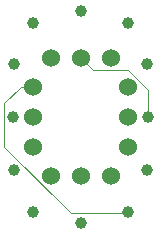
<source format=gbr>
%TF.GenerationSoftware,KiCad,Pcbnew,7.0.0*%
%TF.CreationDate,2023-02-28T14:52:15+08:00*%
%TF.ProjectId,IN12,494e3132-2e6b-4696-9361-645f70636258,rev?*%
%TF.SameCoordinates,Original*%
%TF.FileFunction,Copper,L2,Bot*%
%TF.FilePolarity,Positive*%
%FSLAX46Y46*%
G04 Gerber Fmt 4.6, Leading zero omitted, Abs format (unit mm)*
G04 Created by KiCad (PCBNEW 7.0.0) date 2023-02-28 14:52:15*
%MOMM*%
%LPD*%
G01*
G04 APERTURE LIST*
%TA.AperFunction,ComponentPad*%
%ADD10C,1.524000*%
%TD*%
%TA.AperFunction,ComponentPad*%
%ADD11C,1.000000*%
%TD*%
%TA.AperFunction,Conductor*%
%ADD12C,0.100000*%
%TD*%
G04 APERTURE END LIST*
D10*
%TO.P,J1,0,0*%
%TO.N,P0*%
X143320000Y-99496000D03*
%TO.P,J1,1,1*%
%TO.N,P1*%
X143320000Y-102036000D03*
%TO.P,J1,2,2*%
%TO.N,P2*%
X144780000Y-104496000D03*
%TO.P,J1,3,3*%
%TO.N,P3*%
X147320000Y-104496000D03*
%TO.P,J1,4,4*%
%TO.N,P4*%
X149860000Y-104496000D03*
%TO.P,J1,5,5*%
%TO.N,P5*%
X151320000Y-102036000D03*
%TO.P,J1,6,6*%
%TO.N,P6*%
X151320000Y-99496000D03*
%TO.P,J1,7,7*%
%TO.N,P7*%
X151320000Y-96956000D03*
%TO.P,J1,8,8*%
%TO.N,P8*%
X149860000Y-94496000D03*
%TO.P,J1,9,9*%
%TO.N,P9*%
X147320000Y-94496000D03*
%TO.P,J1,10,10*%
%TO.N,unconnected-(J1-Pad10)*%
X144780000Y-94496000D03*
%TO.P,J1,A,A*%
%TO.N,PA*%
X143320000Y-96956000D03*
%TD*%
D11*
%TO.P,NX1,0,0*%
%TO.N,P0*%
X152920000Y-103996000D03*
%TO.P,NX1,1,1*%
%TO.N,P1*%
X143320000Y-107496000D03*
%TO.P,NX1,2,2*%
%TO.N,P2*%
X141720000Y-103996000D03*
%TO.P,NX1,3,3*%
%TO.N,P3*%
X141620000Y-99496000D03*
%TO.P,NX1,4,4*%
%TO.N,P4*%
X141720000Y-94996000D03*
%TO.P,NX1,5,5*%
%TO.N,P5*%
X143320000Y-91496000D03*
%TO.P,NX1,6,6*%
%TO.N,P6*%
X147320000Y-90496000D03*
%TO.P,NX1,7,7*%
%TO.N,P7*%
X151320000Y-91496000D03*
%TO.P,NX1,8,8*%
%TO.N,P8*%
X152920000Y-94996000D03*
%TO.P,NX1,9,9*%
%TO.N,P9*%
X153020000Y-99496000D03*
%TO.P,NX1,A,A*%
%TO.N,PA*%
X151320000Y-107496000D03*
%TO.P,NX1,DP*%
%TO.N,N/C*%
X147320000Y-108496000D03*
%TD*%
D12*
%TO.N,P9*%
X153020000Y-97224815D02*
X151303185Y-95508000D01*
X153020000Y-99496000D02*
X153020000Y-97224815D01*
X151303185Y-95508000D02*
X148332000Y-95508000D01*
X148332000Y-95508000D02*
X147320000Y-94496000D01*
%TO.N,PA*%
X140868400Y-98329970D02*
X140868400Y-102015585D01*
X143320000Y-96956000D02*
X142242370Y-96956000D01*
X151184000Y-107632000D02*
X151320000Y-107496000D01*
X146484815Y-107632000D02*
X151184000Y-107632000D01*
X140868400Y-102015585D02*
X146484815Y-107632000D01*
X142242370Y-96956000D02*
X140868400Y-98329970D01*
%TD*%
M02*

</source>
